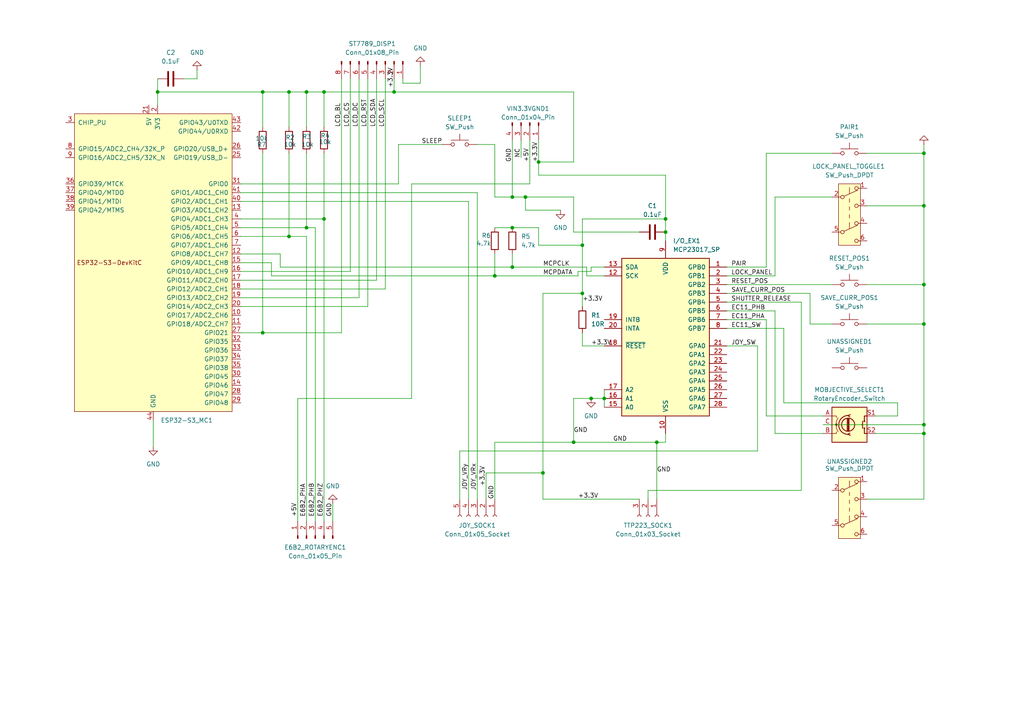
<source format=kicad_sch>
(kicad_sch (version 20250114) (generator "eeschema") (generator_version "9.0")
  (paper "A4")
  (title_block (title "Microscope Remote Control Panel Physical Controls") (company "TMB / Engin Arıcı"))
  (lib_symbols
    (symbol "Connector:Conn_01x03_Socket" (pin_names (offset 1.016) (hide yes))
      (property "Reference" "J" (at 0 5.08 0))
      (property "Value" "Conn_01x03_Socket" (at 0 -5.08 0))
      (symbol "Conn_01x03_Socket_1_1"
        (polyline (pts (xy -1.27 2.54) (xy -0.508 2.54)) (stroke (width 0.1524)))
        (polyline (pts (xy -1.27 0) (xy -0.508 0)) (stroke (width 0.1524)))
        (polyline (pts (xy -1.27 -2.54) (xy -0.508 -2.54)) (stroke (width 0.1524)))
        (arc (start 0 2.032) (mid -0.5058 2.54) (end 0 3.048) (stroke (width 0.1524)))
        (arc (start 0 -0.508) (mid -0.5058 0) (end 0 0.508) (stroke (width 0.1524)))
        (arc (start 0 -3.048) (mid -0.5058 -2.54) (end 0 -2.032) (stroke (width 0.1524)))
        (pin passive line (at -5.08 2.54 0) (length 3.81) (name "Pin_1") (number "1"))
        (pin passive line (at -5.08 0 0) (length 3.81) (name "Pin_2") (number "2"))
        (pin passive line (at -5.08 -2.54 0) (length 3.81) (name "Pin_3") (number "3"))
      )
    )
    (symbol "Connector:Conn_01x04_Pin" (pin_names (offset 1.016) (hide yes))
      (property "Reference" "J" (at 0 5.08 0))
      (property "Value" "Conn_01x04_Pin" (at 0 -7.62 0))
      (symbol "Conn_01x04_Pin_1_1"
        (rectangle (start 0.8636 2.667) (end 0 2.413) (stroke (width 0.1524)) (fill (type outline)))
        (rectangle (start 0.8636 0.127) (end 0 -0.127) (stroke (width 0.1524)) (fill (type outline)))
        (rectangle (start 0.8636 -2.413) (end 0 -2.667) (stroke (width 0.1524)) (fill (type outline)))
        (rectangle (start 0.8636 -4.953) (end 0 -5.207) (stroke (width 0.1524)) (fill (type outline)))
        (polyline (pts (xy 1.27 2.54) (xy 0.8636 2.54)) (stroke (width 0.1524)))
        (polyline (pts (xy 1.27 0) (xy 0.8636 0)) (stroke (width 0.1524)))
        (polyline (pts (xy 1.27 -2.54) (xy 0.8636 -2.54)) (stroke (width 0.1524)))
        (polyline (pts (xy 1.27 -5.08) (xy 0.8636 -5.08)) (stroke (width 0.1524)))
        (pin passive line (at 5.08 2.54 180) (length 3.81) (name "Pin_1") (number "1"))
        (pin passive line (at 5.08 0 180) (length 3.81) (name "Pin_2") (number "2"))
        (pin passive line (at 5.08 -2.54 180) (length 3.81) (name "Pin_3") (number "3"))
        (pin passive line (at 5.08 -5.08 180) (length 3.81) (name "Pin_4") (number "4"))
      )
    )
    (symbol "Connector:Conn_01x05_Pin" (pin_names (offset 1.016) (hide yes))
      (property "Reference" "J" (at 0 7.62 0))
      (property "Value" "Conn_01x05_Pin" (at 0 -7.62 0))
      (symbol "Conn_01x05_Pin_1_1"
        (rectangle (start 0.8636 5.207) (end 0 4.953) (stroke (width 0.1524)) (fill (type outline)))
        (rectangle (start 0.8636 2.667) (end 0 2.413) (stroke (width 0.1524)) (fill (type outline)))
        (rectangle (start 0.8636 0.127) (end 0 -0.127) (stroke (width 0.1524)) (fill (type outline)))
        (rectangle (start 0.8636 -2.413) (end 0 -2.667) (stroke (width 0.1524)) (fill (type outline)))
        (rectangle (start 0.8636 -4.953) (end 0 -5.207) (stroke (width 0.1524)) (fill (type outline)))
        (polyline (pts (xy 1.27 5.08) (xy 0.8636 5.08)) (stroke (width 0.1524)))
        (polyline (pts (xy 1.27 2.54) (xy 0.8636 2.54)) (stroke (width 0.1524)))
        (polyline (pts (xy 1.27 0) (xy 0.8636 0)) (stroke (width 0.1524)))
        (polyline (pts (xy 1.27 -2.54) (xy 0.8636 -2.54)) (stroke (width 0.1524)))
        (polyline (pts (xy 1.27 -5.08) (xy 0.8636 -5.08)) (stroke (width 0.1524)))
        (pin passive line (at 5.08 5.08 180) (length 3.81) (name "Pin_1") (number "1"))
        (pin passive line (at 5.08 2.54 180) (length 3.81) (name "Pin_2") (number "2"))
        (pin passive line (at 5.08 0 180) (length 3.81) (name "Pin_3") (number "3"))
        (pin passive line (at 5.08 -2.54 180) (length 3.81) (name "Pin_4") (number "4"))
        (pin passive line (at 5.08 -5.08 180) (length 3.81) (name "Pin_5") (number "5"))
      )
    )
    (symbol "Connector:Conn_01x05_Socket" (pin_names (offset 1.016) (hide yes))
      (property "Reference" "J" (at 0 7.62 0))
      (property "Value" "Conn_01x05_Socket" (at 0 -7.62 0))
      (symbol "Conn_01x05_Socket_1_1"
        (polyline (pts (xy -1.27 5.08) (xy -0.508 5.08)) (stroke (width 0.1524)))
        (polyline (pts (xy -1.27 2.54) (xy -0.508 2.54)) (stroke (width 0.1524)))
        (polyline (pts (xy -1.27 0) (xy -0.508 0)) (stroke (width 0.1524)))
        (polyline (pts (xy -1.27 -2.54) (xy -0.508 -2.54)) (stroke (width 0.1524)))
        (polyline (pts (xy -1.27 -5.08) (xy -0.508 -5.08)) (stroke (width 0.1524)))
        (arc (start 0 4.572) (mid -0.5058 5.08) (end 0 5.588) (stroke (width 0.1524)))
        (arc (start 0 2.032) (mid -0.5058 2.54) (end 0 3.048) (stroke (width 0.1524)))
        (arc (start 0 -0.508) (mid -0.5058 0) (end 0 0.508) (stroke (width 0.1524)))
        (arc (start 0 -3.048) (mid -0.5058 -2.54) (end 0 -2.032) (stroke (width 0.1524)))
        (arc (start 0 -5.588) (mid -0.5058 -5.08) (end 0 -4.572) (stroke (width 0.1524)))
        (pin passive line (at -5.08 5.08 0) (length 3.81) (name "Pin_1") (number "1"))
        (pin passive line (at -5.08 2.54 0) (length 3.81) (name "Pin_2") (number "2"))
        (pin passive line (at -5.08 0 0) (length 3.81) (name "Pin_3") (number "3"))
        (pin passive line (at -5.08 -2.54 0) (length 3.81) (name "Pin_4") (number "4"))
        (pin passive line (at -5.08 -5.08 0) (length 3.81) (name "Pin_5") (number "5"))
      )
    )
    (symbol "Connector:Conn_01x08_Pin" (pin_names (offset 1.016) (hide yes))
      (property "Reference" "J" (at 0 10.16 0))
      (property "Value" "Conn_01x08_Pin" (at 0 -12.7 0))
      (symbol "Conn_01x08_Pin_1_1"
        (rectangle (start 0.8636 7.747) (end 0 7.493) (stroke (width 0.1524)) (fill (type outline)))
        (rectangle (start 0.8636 5.207) (end 0 4.953) (stroke (width 0.1524)) (fill (type outline)))
        (rectangle (start 0.8636 2.667) (end 0 2.413) (stroke (width 0.1524)) (fill (type outline)))
        (rectangle (start 0.8636 0.127) (end 0 -0.127) (stroke (width 0.1524)) (fill (type outline)))
        (rectangle (start 0.8636 -2.413) (end 0 -2.667) (stroke (width 0.1524)) (fill (type outline)))
        (rectangle (start 0.8636 -4.953) (end 0 -5.207) (stroke (width 0.1524)) (fill (type outline)))
        (rectangle (start 0.8636 -7.493) (end 0 -7.747) (stroke (width 0.1524)) (fill (type outline)))
        (rectangle (start 0.8636 -10.033) (end 0 -10.287) (stroke (width 0.1524)) (fill (type outline)))
        (polyline (pts (xy 1.27 7.62) (xy 0.8636 7.62)) (stroke (width 0.1524)))
        (polyline (pts (xy 1.27 5.08) (xy 0.8636 5.08)) (stroke (width 0.1524)))
        (polyline (pts (xy 1.27 2.54) (xy 0.8636 2.54)) (stroke (width 0.1524)))
        (polyline (pts (xy 1.27 0) (xy 0.8636 0)) (stroke (width 0.1524)))
        (polyline (pts (xy 1.27 -2.54) (xy 0.8636 -2.54)) (stroke (width 0.1524)))
        (polyline (pts (xy 1.27 -5.08) (xy 0.8636 -5.08)) (stroke (width 0.1524)))
        (polyline (pts (xy 1.27 -7.62) (xy 0.8636 -7.62)) (stroke (width 0.1524)))
        (polyline (pts (xy 1.27 -10.16) (xy 0.8636 -10.16)) (stroke (width 0.1524)))
        (pin passive line (at 5.08 7.62 180) (length 3.81) (name "Pin_1") (number "1"))
        (pin passive line (at 5.08 5.08 180) (length 3.81) (name "Pin_2") (number "2"))
        (pin passive line (at 5.08 2.54 180) (length 3.81) (name "Pin_3") (number "3"))
        (pin passive line (at 5.08 0 180) (length 3.81) (name "Pin_4") (number "4"))
        (pin passive line (at 5.08 -2.54 180) (length 3.81) (name "Pin_5") (number "5"))
        (pin passive line (at 5.08 -5.08 180) (length 3.81) (name "Pin_6") (number "6"))
        (pin passive line (at 5.08 -7.62 180) (length 3.81) (name "Pin_7") (number "7"))
        (pin passive line (at 5.08 -10.16 180) (length 3.81) (name "Pin_8") (number "8"))
      )
    )
    (symbol "Device:C" (pin_numbers (hide yes)) (pin_names (offset 0.254))
      (property "Reference" "C" (at 0.635 2.54 0))
      (property "Value" "C" (at 0.635 -2.54 0))
      (symbol "C_0_1"
        (polyline (pts (xy -2.032 0.762) (xy 2.032 0.762)) (stroke (width 0.508)))
        (polyline (pts (xy -2.032 -0.762) (xy 2.032 -0.762)) (stroke (width 0.508)))
      )
      (symbol "C_1_1"
        (pin passive line (at 0 3.81 270) (length 2.794) (name "~") (number "1"))
        (pin passive line (at 0 -3.81 90) (length 2.794) (name "~") (number "2"))
      )
    )
    (symbol "Device:R" (pin_numbers (hide yes)) (pin_names (offset 0))
      (property "Reference" "R" (at 2.032 0 90))
      (property "Value" "R" (at 0 0 90))
      (symbol "R_0_1"
        (rectangle (start -1.016 -2.54) (end 1.016 2.54) (stroke (width 0.254)))
      )
      (symbol "R_1_1"
        (pin passive line (at 0 3.81 270) (length 1.27) (name "~") (number "1"))
        (pin passive line (at 0 -3.81 90) (length 1.27) (name "~") (number "2"))
      )
    )
    (symbol "Device:RotaryEncoder_Switch" (pin_names (offset 0.254) (hide yes))
      (property "Reference" "SW" (at 0 6.604 0))
      (property "Value" "RotaryEncoder_Switch" (at 0 -6.604 0))
      (symbol "RotaryEncoder_Switch_0_1"
        (rectangle (start -5.08 5.08) (end 5.08 -5.08) (stroke (width 0.254)) (fill (type background)))
        (polyline (pts (xy -5.08 2.54) (xy -3.81 2.54) (xy -3.81 2.032)))
        (polyline (pts (xy -5.08 0) (xy -3.81 0) (xy -3.81 -1.016) (xy -3.302 -2.032)))
        (polyline (pts (xy -5.08 -2.54) (xy -3.81 -2.54) (xy -3.81 -2.032)))
        (polyline (pts (xy -4.318 0) (xy -3.81 0) (xy -3.81 1.016) (xy -3.302 2.032)))
        (circle (center -3.81 0) (radius 0.254) (fill (type outline)))
        (polyline (pts (xy -0.635 -1.778) (xy -0.635 1.778)) (stroke (width 0.254)))
        (circle (center -0.381 0) (radius 1.905) (stroke (width 0.254)))
        (polyline (pts (xy -0.381 -1.778) (xy -0.381 1.778)) (stroke (width 0.254)))
        (arc (start -0.381 -2.794) (mid -3.0988 -0.0635) (end -0.381 2.667) (stroke (width 0.254)))
        (polyline (pts (xy -0.127 1.778) (xy -0.127 -1.778)) (stroke (width 0.254)))
        (polyline (pts (xy 0.254 2.921) (xy -0.508 2.667) (xy 0.127 2.286)) (stroke (width 0.254)))
        (polyline (pts (xy 0.254 -3.048) (xy -0.508 -2.794) (xy 0.127 -2.413)) (stroke (width 0.254)))
        (polyline (pts (xy 3.81 1.016) (xy 3.81 -1.016)) (stroke (width 0.254)))
        (polyline (pts (xy 3.81 0) (xy 3.429 0)) (stroke (width 0.254)))
        (circle (center 4.318 1.016) (radius 0.127) (stroke (width 0.254)))
        (circle (center 4.318 -1.016) (radius 0.127) (stroke (width 0.254)))
        (polyline (pts (xy 5.08 2.54) (xy 4.318 2.54) (xy 4.318 1.016)) (stroke (width 0.254)))
        (polyline (pts (xy 5.08 -2.54) (xy 4.318 -2.54) (xy 4.318 -1.016)) (stroke (width 0.254)))
      )
      (symbol "RotaryEncoder_Switch_1_1"
        (pin passive line (at -7.62 2.54 0) (length 2.54) (name "A") (number "A"))
        (pin passive line (at -7.62 0 0) (length 2.54) (name "C") (number "C"))
        (pin passive line (at -7.62 -2.54 0) (length 2.54) (name "B") (number "B"))
        (pin passive line (at 7.62 2.54 180) (length 2.54) (name "S1") (number "S1"))
        (pin passive line (at 7.62 -2.54 180) (length 2.54) (name "S2") (number "S2"))
      )
    )
    (symbol "Interface_Expansion:MCP23017_SP" (pin_names (offset 1.016))
      (property "Reference" "U" (at -11.43 24.13 0))
      (property "Value" "MCP23017_SP" (at 0 0 0))
      (symbol "MCP23017_SP_0_1"
        (rectangle (start -12.7 22.86) (end 12.7 -22.86) (stroke (width 0.254)) (fill (type background)))
      )
      (symbol "MCP23017_SP_1_1"
        (pin bidirectional line (at -17.78 20.32 0) (length 5.08) (name "SDA") (number "13"))
        (pin input line (at -17.78 17.78 0) (length 5.08) (name "SCK") (number "12"))
        (pin tri_state line (at -17.78 5.08 0) (length 5.08) (name "INTB") (number "19"))
        (pin tri_state line (at -17.78 2.54 0) (length 5.08) (name "INTA") (number "20"))
        (pin input line (at -17.78 -2.54 0) (length 5.08) (name "~{RESET}") (number "18"))
        (pin input line (at -17.78 -15.24 0) (length 5.08) (name "A2") (number "17"))
        (pin input line (at -17.78 -17.78 0) (length 5.08) (name "A1") (number "16"))
        (pin input line (at -17.78 -20.32 0) (length 5.08) (name "A0") (number "15"))
        (pin no_connect line (at -12.7 15.24 0) (length 5.08) (hide yes) (name "NC") (number "11"))
        (pin no_connect line (at -12.7 12.7 0) (length 5.08) (hide yes) (name "NC") (number "14"))
        (pin power_in line (at 0 27.94 270) (length 5.08) (name "VDD") (number "9"))
        (pin power_in line (at 0 -27.94 90) (length 5.08) (name "VSS") (number "10"))
        (pin bidirectional line (at 17.78 20.32 180) (length 5.08) (name "GPB0") (number "1"))
        (pin bidirectional line (at 17.78 17.78 180) (length 5.08) (name "GPB1") (number "2"))
        (pin bidirectional line (at 17.78 15.24 180) (length 5.08) (name "GPB2") (number "3"))
        (pin bidirectional line (at 17.78 12.7 180) (length 5.08) (name "GPB3") (number "4"))
        (pin bidirectional line (at 17.78 10.16 180) (length 5.08) (name "GPB4") (number "5"))
        (pin bidirectional line (at 17.78 7.62 180) (length 5.08) (name "GPB5") (number "6"))
        (pin bidirectional line (at 17.78 5.08 180) (length 5.08) (name "GPB6") (number "7"))
        (pin output line (at 17.78 2.54 180) (length 5.08) (name "GPB7") (number "8"))
        (pin bidirectional line (at 17.78 -2.54 180) (length 5.08) (name "GPA0") (number "21"))
        (pin bidirectional line (at 17.78 -5.08 180) (length 5.08) (name "GPA1") (number "22"))
        (pin bidirectional line (at 17.78 -7.62 180) (length 5.08) (name "GPA2") (number "23"))
        (pin bidirectional line (at 17.78 -10.16 180) (length 5.08) (name "GPA3") (number "24"))
        (pin bidirectional line (at 17.78 -12.7 180) (length 5.08) (name "GPA4") (number "25"))
        (pin bidirectional line (at 17.78 -15.24 180) (length 5.08) (name "GPA5") (number "26"))
        (pin bidirectional line (at 17.78 -17.78 180) (length 5.08) (name "GPA6") (number "27"))
        (pin output line (at 17.78 -20.32 180) (length 5.08) (name "GPA7") (number "28"))
      )
    )
    (symbol "PCM_Espressif:ESP32-S3-DevKitC" (pin_names (offset 1.016))
      (property "Reference" "U" (at -22.86 48.26 0))
      (property "Value" "ESP32-S3-DevKitC" (at -22.86 45.72 0))
      (symbol "ESP32-S3-DevKitC_0_0"
        (text "ESP32-S3-DevKitC" (at -12.7 0 0) (effects (font (size 1.27 1.27))))
        (pin bidirectional line (at -25.4 15.24 0) (length 2.54) (name "GPIO42/MTMS") (number "39"))
        (pin power_in line (at 0 -45.72 90) (length 2.54) (name "GND") (number "44"))
        (pin bidirectional line (at 25.4 40.64 180) (length 2.54) (name "GPIO43/U0TXD") (number "43"))
        (pin bidirectional line (at 25.4 38.1 180) (length 2.54) (name "GPIO44/U0RXD") (number "42"))
        (pin bidirectional line (at 25.4 20.32 180) (length 2.54) (name "GPIO1/ADC1_CH0") (number "41"))
        (pin bidirectional line (at 25.4 17.78 180) (length 2.54) (name "GPIO2/ADC1_CH1") (number "40"))
        (pin bidirectional line (at 25.4 -10.16 180) (length 2.54) (name "GPIO13/ADC2_CH2") (number "19"))
        (pin bidirectional line (at 25.4 -35.56 180) (length 2.54) (name "GPIO46") (number "14"))
      )
      (symbol "ESP32-S3-DevKitC_0_1"
        (rectangle (start -22.86 43.18) (end 22.86 -43.18) (fill (type background)))
        (pin power_in line (at 1.27 45.72 270) (length 2.54) (name "3V3") (number "2"))
      )
      (symbol "ESP32-S3-DevKitC_1_1"
        (pin input line (at -25.4 40.64 0) (length 2.54) (name "CHIP_PU") (number "3"))
        (pin bidirectional line (at -25.4 33.02 0) (length 2.54) (name "GPIO15/ADC2_CH4/32K_P") (number "8"))
        (pin bidirectional line (at -25.4 30.48 0) (length 2.54) (name "GPIO16/ADC2_CH5/32K_N") (number "9"))
        (pin bidirectional line (at -25.4 22.86 0) (length 2.54) (name "GPIO39/MTCK") (number "36"))
        (pin bidirectional line (at -25.4 20.32 0) (length 2.54) (name "GPIO40/MTDO") (number "37"))
        (pin bidirectional line (at -25.4 17.78 0) (length 2.54) (name "GPIO41/MTDI") (number "38"))
        (pin power_in line (at -1.27 45.72 270) (length 2.54) (name "5V") (number "21"))
        (pin passive line (at 0 -45.72 90) (length 2.54) (hide yes) (name "GND") (number "22"))
        (pin passive line (at 0 -45.72 90) (length 2.54) (hide yes) (name "GND") (number "23"))
        (pin passive line (at 0 -45.72 90) (length 2.54) (hide yes) (name "GND") (number "24"))
        (pin passive line (at 1.27 45.72 270) (length 2.54) (hide yes) (name "3V3") (number "1"))
        (pin bidirectional line (at 25.4 33.02 180) (length 2.54) (name "GPIO20/USB_D+") (number "26"))
        (pin bidirectional line (at 25.4 30.48 180) (length 2.54) (name "GPIO19/USB_D-") (number "25"))
        (pin bidirectional line (at 25.4 22.86 180) (length 2.54) (name "GPIO0") (number "31"))
        (pin bidirectional line (at 25.4 15.24 180) (length 2.54) (name "GPIO3/ADC1_CH2") (number "13"))
        (pin bidirectional line (at 25.4 12.7 180) (length 2.54) (name "GPIO4/ADC1_CH3") (number "4"))
        (pin bidirectional line (at 25.4 10.16 180) (length 2.54) (name "GPIO5/ADC1_CH4") (number "5"))
        (pin bidirectional line (at 25.4 7.62 180) (length 2.54) (name "GPIO6/ADC1_CH5") (number "6"))
        (pin bidirectional line (at 25.4 5.08 180) (length 2.54) (name "GPIO7/ADC1_CH6") (number "7"))
        (pin bidirectional line (at 25.4 2.54 180) (length 2.54) (name "GPIO8/ADC1_CH7") (number "12"))
        (pin bidirectional line (at 25.4 0 180) (length 2.54) (name "GPIO9/ADC1_CH8") (number "15"))
        (pin bidirectional line (at 25.4 -2.54 180) (length 2.54) (name "GPIO10/ADC1_CH9") (number "16"))
        (pin bidirectional line (at 25.4 -5.08 180) (length 2.54) (name "GPIO11/ADC2_CH0") (number "17"))
        (pin bidirectional line (at 25.4 -7.62 180) (length 2.54) (name "GPIO12/ADC2_CH1") (number "18"))
        (pin bidirectional line (at 25.4 -12.7 180) (length 2.54) (name "GPIO14/ADC2_CH3") (number "20"))
        (pin bidirectional line (at 25.4 -15.24 180) (length 2.54) (name "GPIO17/ADC2_CH6") (number "10"))
        (pin bidirectional line (at 25.4 -17.78 180) (length 2.54) (name "GPIO18/ADC2_CH7") (number "11"))
        (pin bidirectional line (at 25.4 -20.32 180) (length 2.54) (name "GPIO21") (number "27"))
        (pin bidirectional line (at 25.4 -22.86 180) (length 2.54) (name "GPIO35") (number "32"))
        (pin bidirectional line (at 25.4 -25.4 180) (length 2.54) (name "GPIO36") (number "33"))
        (pin bidirectional line (at 25.4 -27.94 180) (length 2.54) (name "GPIO37") (number "34"))
        (pin bidirectional line (at 25.4 -30.48 180) (length 2.54) (name "GPIO38") (number "35"))
        (pin bidirectional line (at 25.4 -33.02 180) (length 2.54) (name "GPIO45") (number "30"))
        (pin bidirectional line (at 25.4 -38.1 180) (length 2.54) (name "GPIO47") (number "28"))
        (pin bidirectional line (at 25.4 -40.64 180) (length 2.54) (name "GPIO48") (number "29"))
      )
    )
    (symbol "Switch:SW_Push" (pin_numbers (hide yes)) (pin_names (offset 1.016) (hide yes))
      (property "Reference" "SW" (at 1.27 2.54 0))
      (property "Value" "SW_Push" (at 0 -1.524 0))
      (symbol "SW_Push_0_1"
        (circle (center -2.032 0) (radius 0.508))
        (polyline (pts (xy 0 1.27) (xy 0 3.048)))
        (circle (center 2.032 0) (radius 0.508))
        (polyline (pts (xy 2.54 1.27) (xy -2.54 1.27)))
        (pin passive line (at -5.08 0 0) (length 2.54) (name "1") (number "1"))
        (pin passive line (at 5.08 0 180) (length 2.54) (name "2") (number "2"))
      )
    )
    (symbol "Switch:SW_Push_DPDT" (pin_names (offset 0) (hide yes))
      (property "Reference" "SW" (at 0 10.16 0))
      (property "Value" "SW_Push_DPDT" (at 0 -10.16 0))
      (symbol "SW_Push_DPDT_0_0"
        (circle (center -2.032 5.08) (radius 0.508))
        (circle (center -2.032 -5.08) (radius 0.508))
        (circle (center 2.032 2.54) (radius 0.508))
        (circle (center 2.032 -7.62) (radius 0.508))
      )
      (symbol "SW_Push_DPDT_0_1"
        (polyline (pts (xy -1.524 5.334) (xy 2.3368 7.0612)))
        (polyline (pts (xy -1.524 -4.826) (xy 2.3368 -3.0988)))
        (polyline (pts (xy 0 7.874) (xy 0 6.096)))
        (polyline (pts (xy 0 3.556) (xy 0 4.572)))
        (polyline (pts (xy 0 1.27) (xy 0 2.286)))
        (polyline (pts (xy 0 -1.016) (xy 0 0)))
        (polyline (pts (xy 0 -2.286) (xy 0 -4.064)))
        (circle (center 2.032 7.62) (radius 0.508))
        (circle (center 2.032 -2.54) (radius 0.508))
      )
      (symbol "SW_Push_DPDT_1_1"
        (rectangle (start -3.175 8.89) (end 3.175 -8.89) (fill (type background)))
        (pin passive line (at -5.08 5.08 0) (length 2.54) (name "B") (number "2"))
        (pin passive line (at -5.08 -5.08 0) (length 2.54) (name "B") (number "5"))
        (pin passive line (at 5.08 7.62 180) (length 2.54) (name "A") (number "1"))
        (pin passive line (at 5.08 2.54 180) (length 2.54) (name "C") (number "3"))
        (pin passive line (at 5.08 -2.54 180) (length 2.54) (name "A") (number "4"))
        (pin passive line (at 5.08 -7.62 180) (length 2.54) (name "C") (number "6"))
      )
    )
    (symbol "power:GND" (power) (pin_numbers (hide yes)) (pin_names (offset 0) (hide yes))
      (property "Value" "GND" (at 0 -3.81 0))
      (symbol "GND_0_1"
        (polyline (pts (xy 0 0) (xy 0 -1.27) (xy 1.27 -1.27) (xy 0 -2.54) (xy -1.27 -1.27) (xy 0 -1.27)))
      )
      (symbol "GND_1_1"
        (pin power_in line (at 0 0 270) (length 0) (name "~") (number "1"))
      )
    )
  )
  (junction (at 267.97 44.45))
  (junction (at 156.21 46.99))
  (junction (at 148.59 66.04))
  (junction (at 76.2 26.67))
  (junction (at 175.26 115.57))
  (junction (at 267.97 82.55))
  (junction (at 143.51 80.01))
  (junction (at 148.59 77.47))
  (junction (at 193.04 63.5))
  (junction (at 114.3 26.67))
  (junction (at 190.5 128.27))
  (junction (at 45.72 26.67))
  (junction (at 193.04 67.31))
  (junction (at 267.97 125.73))
  (junction (at 267.97 123.19))
  (junction (at 168.91 85.09))
  (junction (at 152.4 57.15))
  (junction (at 166.37 128.27))
  (junction (at 93.98 26.67))
  (junction (at 83.82 68.58))
  (junction (at 88.9 66.04))
  (junction (at 76.2 96.52))
  (junction (at 148.59 57.15))
  (junction (at 157.48 137.16))
  (junction (at 168.91 71.12))
  (junction (at 267.97 59.69))
  (junction (at 93.98 63.5))
  (junction (at 171.45 115.57))
  (junction (at 88.9 26.67))
  (junction (at 83.82 26.67))
  (junction (at 267.97 93.98))
  (wire (pts (xy 106.68 22.86) (xy 106.68 88.9)))
  (wire (pts (xy 251.46 59.69) (xy 267.97 59.69)))
  (wire (pts (xy 88.9 66.04) (xy 91.44 66.04)))
  (wire (pts (xy 93.98 63.5) (xy 93.98 151.13)))
  (wire (pts (xy 99.06 22.86) (xy 99.06 96.52)))
  (wire (pts (xy 210.82 100.33) (xy 219.71 100.33)))
  (wire (pts (xy 104.14 86.36) (xy 69.85 86.36)))
  (wire (pts (xy 210.82 85.09) (xy 234.95 85.09)))
  (wire (pts (xy 175.26 113.03) (xy 175.26 115.57)))
  (wire (pts (xy 190.5 128.27) (xy 190.5 144.78)))
  (wire (pts (xy 76.2 26.67) (xy 76.2 36.83)))
  (wire (pts (xy 96.52 146.05) (xy 96.52 151.13)))
  (wire (pts (xy 109.22 81.28) (xy 69.85 81.28)))
  (wire (pts (xy 251.46 93.98) (xy 267.97 93.98)))
  (wire (pts (xy 232.41 87.63) (xy 232.41 142.24)))
  (wire (pts (xy 222.25 92.71) (xy 210.82 92.71)))
  (wire (pts (xy 152.4 60.96) (xy 162.56 60.96)))
  (wire (pts (xy 267.97 93.98) (xy 267.97 123.19)))
  (wire (pts (xy 157.48 144.78) (xy 185.42 144.78)))
  (wire (pts (xy 167.64 78.74) (xy 167.64 80.01)))
  (wire (pts (xy 234.95 85.09) (xy 234.95 93.98)))
  (wire (pts (xy 114.3 22.86) (xy 114.3 26.67)))
  (wire (pts (xy 234.95 93.98) (xy 241.3 93.98)))
  (wire (pts (xy 88.9 44.45) (xy 88.9 66.04)))
  (wire (pts (xy 156.21 71.12) (xy 156.21 66.04)))
  (wire (pts (xy 170.18 80.01) (xy 170.18 77.47)))
  (wire (pts (xy 175.26 115.57) (xy 175.26 118.11)))
  (wire (pts (xy 69.85 66.04) (xy 88.9 66.04)))
  (wire (pts (xy 219.71 100.33) (xy 219.71 130.81)))
  (wire (pts (xy 241.3 57.15) (xy 224.79 57.15)))
  (wire (pts (xy 44.45 121.92) (xy 44.45 129.54)))
  (wire (pts (xy 175.26 77.47) (xy 171.45 77.47)))
  (wire (pts (xy 210.82 90.17) (xy 224.79 90.17)))
  (wire (pts (xy 222.25 77.47) (xy 222.25 44.45)))
  (wire (pts (xy 168.91 63.5) (xy 168.91 71.12)))
  (wire (pts (xy 156.21 46.99) (xy 156.21 50.8)))
  (wire (pts (xy 128.27 41.91) (xy 115.57 41.91)))
  (wire (pts (xy 185.42 67.31) (xy 166.37 67.31)))
  (wire (pts (xy 143.51 57.15) (xy 148.59 57.15)))
  (wire (pts (xy 69.85 53.34) (xy 115.57 53.34)))
  (wire (pts (xy 78.74 80.01) (xy 78.74 76.2)))
  (wire (pts (xy 69.85 68.58) (xy 83.82 68.58)))
  (wire (pts (xy 166.37 26.67) (xy 166.37 46.99)))
  (wire (pts (xy 81.28 77.47) (xy 148.59 77.47)))
  (wire (pts (xy 76.2 96.52) (xy 99.06 96.52)))
  (wire (pts (xy 156.21 50.8) (xy 193.04 50.8)))
  (wire (pts (xy 251.46 144.78) (xy 267.97 144.78)))
  (wire (pts (xy 166.37 46.99) (xy 156.21 46.99)))
  (wire (pts (xy 267.97 41.91) (xy 267.97 44.45)))
  (wire (pts (xy 153.67 40.64) (xy 153.67 53.34)))
  (wire (pts (xy 143.51 80.01) (xy 167.64 80.01)))
  (wire (pts (xy 88.9 26.67) (xy 93.98 26.67)))
  (wire (pts (xy 78.74 76.2) (xy 69.85 76.2)))
  (wire (pts (xy 91.44 66.04) (xy 91.44 151.13)))
  (wire (pts (xy 93.98 44.45) (xy 93.98 63.5)))
  (wire (pts (xy 104.14 22.86) (xy 104.14 86.36)))
  (wire (pts (xy 210.82 77.47) (xy 222.25 77.47)))
  (wire (pts (xy 166.37 128.27) (xy 190.5 128.27)))
  (wire (pts (xy 232.41 87.63) (xy 210.82 87.63)))
  (wire (pts (xy 143.51 73.66) (xy 143.51 80.01)))
  (wire (pts (xy 81.28 73.66) (xy 69.85 73.66)))
  (wire (pts (xy 69.85 83.82) (xy 111.76 83.82)))
  (wire (pts (xy 93.98 26.67) (xy 114.3 26.67)))
  (wire (pts (xy 193.04 125.73) (xy 193.04 128.27)))
  (wire (pts (xy 193.04 50.8) (xy 193.04 63.5)))
  (wire (pts (xy 119.38 53.34) (xy 119.38 115.57)))
  (wire (pts (xy 224.79 80.01) (xy 210.82 80.01)))
  (wire (pts (xy 69.85 63.5) (xy 93.98 63.5)))
  (wire (pts (xy 135.89 58.42) (xy 69.85 58.42)))
  (wire (pts (xy 190.5 128.27) (xy 193.04 128.27)))
  (wire (pts (xy 187.96 142.24) (xy 187.96 144.78)))
  (wire (pts (xy 151.13 40.64) (xy 151.13 45.72)))
  (wire (pts (xy 238.76 123.19) (xy 267.97 123.19)))
  (wire (pts (xy 114.3 26.67) (xy 166.37 26.67)))
  (wire (pts (xy 45.72 26.67) (xy 76.2 26.67)))
  (wire (pts (xy 175.26 80.01) (xy 170.18 80.01)))
  (wire (pts (xy 219.71 130.81) (xy 133.35 130.81)))
  (wire (pts (xy 227.33 116.84) (xy 260.35 116.84)))
  (wire (pts (xy 143.51 144.78) (xy 143.51 128.27)))
  (wire (pts (xy 133.35 130.81) (xy 133.35 144.78)))
  (wire (pts (xy 260.35 116.84) (xy 260.35 120.65)))
  (wire (pts (xy 222.25 120.65) (xy 222.25 92.71)))
  (wire (pts (xy 116.84 24.13) (xy 116.84 22.86)))
  (wire (pts (xy 166.37 57.15) (xy 166.37 67.31)))
  (wire (pts (xy 166.37 115.57) (xy 166.37 128.27)))
  (wire (pts (xy 152.4 60.96) (xy 152.4 57.15)))
  (wire (pts (xy 251.46 82.55) (xy 267.97 82.55)))
  (wire (pts (xy 76.2 44.45) (xy 76.2 96.52)))
  (wire (pts (xy 143.51 128.27) (xy 166.37 128.27)))
  (wire (pts (xy 224.79 57.15) (xy 224.79 80.01)))
  (wire (pts (xy 168.91 71.12) (xy 168.91 85.09)))
  (wire (pts (xy 140.97 137.16) (xy 140.97 144.78)))
  (wire (pts (xy 148.59 77.47) (xy 170.18 77.47)))
  (wire (pts (xy 143.51 41.91) (xy 143.51 57.15)))
  (wire (pts (xy 260.35 120.65) (xy 254 120.65)))
  (wire (pts (xy 267.97 82.55) (xy 267.97 93.98)))
  (wire (pts (xy 148.59 57.15) (xy 152.4 57.15)))
  (wire (pts (xy 83.82 26.67) (xy 83.82 36.83)))
  (wire (pts (xy 57.15 22.86) (xy 57.15 20.32)))
  (wire (pts (xy 138.43 41.91) (xy 143.51 41.91)))
  (wire (pts (xy 193.04 67.31) (xy 193.04 69.85)))
  (wire (pts (xy 254 125.73) (xy 267.97 125.73)))
  (wire (pts (xy 135.89 58.42) (xy 135.89 144.78)))
  (wire (pts (xy 193.04 63.5) (xy 193.04 67.31)))
  (wire (pts (xy 210.82 95.25) (xy 227.33 95.25)))
  (wire (pts (xy 152.4 57.15) (xy 166.37 57.15)))
  (wire (pts (xy 83.82 44.45) (xy 83.82 68.58)))
  (wire (pts (xy 106.68 88.9) (xy 69.85 88.9)))
  (wire (pts (xy 138.43 55.88) (xy 138.43 144.78)))
  (wire (pts (xy 101.6 22.86) (xy 101.6 78.74)))
  (wire (pts (xy 222.25 120.65) (xy 238.76 120.65)))
  (wire (pts (xy 267.97 123.19) (xy 267.97 125.73)))
  (wire (pts (xy 148.59 73.66) (xy 148.59 77.47)))
  (wire (pts (xy 157.48 85.09) (xy 157.48 137.16)))
  (wire (pts (xy 222.25 44.45) (xy 241.3 44.45)))
  (wire (pts (xy 166.37 115.57) (xy 171.45 115.57)))
  (wire (pts (xy 78.74 80.01) (xy 143.51 80.01)))
  (wire (pts (xy 69.85 55.88) (xy 138.43 55.88)))
  (wire (pts (xy 232.41 142.24) (xy 187.96 142.24)))
  (wire (pts (xy 121.92 24.13) (xy 116.84 24.13)))
  (wire (pts (xy 210.82 82.55) (xy 241.3 82.55)))
  (wire (pts (xy 101.6 78.74) (xy 69.85 78.74)))
  (wire (pts (xy 267.97 144.78) (xy 267.97 125.73)))
  (wire (pts (xy 109.22 22.86) (xy 109.22 81.28)))
  (wire (pts (xy 224.79 125.73) (xy 224.79 90.17)))
  (wire (pts (xy 267.97 59.69) (xy 267.97 82.55)))
  (wire (pts (xy 171.45 115.57) (xy 175.26 115.57)))
  (wire (pts (xy 171.45 77.47) (xy 171.45 78.74)))
  (wire (pts (xy 115.57 41.91) (xy 115.57 53.34)))
  (wire (pts (xy 121.92 19.05) (xy 121.92 24.13)))
  (wire (pts (xy 156.21 66.04) (xy 148.59 66.04)))
  (wire (pts (xy 157.48 137.16) (xy 157.48 144.78)))
  (wire (pts (xy 171.45 78.74) (xy 167.64 78.74)))
  (wire (pts (xy 168.91 100.33) (xy 175.26 100.33)))
  (wire (pts (xy 53.34 22.86) (xy 57.15 22.86)))
  (wire (pts (xy 267.97 44.45) (xy 267.97 59.69)))
  (wire (pts (xy 157.48 137.16) (xy 140.97 137.16)))
  (wire (pts (xy 153.67 53.34) (xy 119.38 53.34)))
  (wire (pts (xy 119.38 115.57) (xy 86.36 115.57)))
  (wire (pts (xy 227.33 95.25) (xy 227.33 116.84)))
  (wire (pts (xy 143.51 66.04) (xy 148.59 66.04)))
  (wire (pts (xy 148.59 40.64) (xy 148.59 57.15)))
  (wire (pts (xy 81.28 77.47) (xy 81.28 73.66)))
  (wire (pts (xy 267.97 44.45) (xy 251.46 44.45)))
  (wire (pts (xy 83.82 26.67) (xy 88.9 26.67)))
  (wire (pts (xy 93.98 26.67) (xy 93.98 36.83)))
  (wire (pts (xy 168.91 71.12) (xy 156.21 71.12)))
  (wire (pts (xy 86.36 115.57) (xy 86.36 151.13)))
  (wire (pts (xy 156.21 40.64) (xy 156.21 46.99)))
  (wire (pts (xy 88.9 26.67) (xy 88.9 36.83)))
  (wire (pts (xy 76.2 26.67) (xy 83.82 26.67)))
  (wire (pts (xy 168.91 85.09) (xy 157.48 85.09)))
  (wire (pts (xy 224.79 125.73) (xy 238.76 125.73)))
  (wire (pts (xy 83.82 68.58) (xy 88.9 68.58)))
  (wire (pts (xy 45.72 22.86) (xy 45.72 26.67)))
  (wire (pts (xy 111.76 22.86) (xy 111.76 83.82)))
  (wire (pts (xy 168.91 85.09) (xy 168.91 88.9)))
  (wire (pts (xy 88.9 68.58) (xy 88.9 151.13)))
  (wire (pts (xy 168.91 96.52) (xy 168.91 100.33)))
  (wire (pts (xy 168.91 63.5) (xy 193.04 63.5)))
  (wire (pts (xy 45.72 26.67) (xy 45.72 30.48)))
  (wire (pts (xy 69.85 96.52) (xy 76.2 96.52)))
  (label "+3.3V" (at 167.64 144.78 0))
  (label "NC" (at 151.13 45.72 90))
  (label "JOY_VRy" (at 135.89 142.24 90))
  (label "MCPDATA" (at 157.48 80.01 0))
  (label "EC11_PHA" (at 212.09 92.71 0))
  (label "PAIR" (at 212.09 77.47 0))
  (label "JOY_VRx" (at 138.43 142.24 90))
  (label "SLEEP" (at 128.27 41.91 180))
  (label "LCD_DC" (at 104.14 36.83 90))
  (label "GND" (at 143.51 144.78 90))
  (label "+5V" (at 86.36 149.86 90))
  (label "GND" (at 190.5 137.16 0))
  (label "+3.3V" (at 156.21 46.99 90))
  (label "LOCK_PANEL" (at 212.09 80.01 0))
  (label "EC11_SW" (at 212.09 95.25 0))
  (label "+5V" (at 153.67 46.99 90))
  (label "EC11_PHB" (at 212.09 90.17 0))
  (label "LCD_SDA" (at 109.22 36.83 90))
  (label "JOY_SW" (at 212.09 100.33 0))
  (label "LCD_CS" (at 101.6 36.83 90))
  (label "MCPCLK" (at 157.48 77.47 0))
  (label "E6B2_PHZ" (at 93.98 149.86 90))
  (label "LCD_BL" (at 99.06 36.83 90))
  (label "" (at 168.91 86.36 0))
  (label "+3.3V" (at 114.3 25.4 90))
  (label "RESET_POS" (at 212.09 82.55 0))
  (label "SHUTTER_RELEASE" (at 212.09 87.63 0))
  (label "E6B2_PHA" (at 88.9 149.86 90))
  (label "GND" (at 96.52 149.86 90))
  (label "+3.3V" (at 168.91 87.63 0))
  (label "E6B2_PHB" (at 91.44 149.86 90))
  (label "+3.3V" (at 140.97 140.97 90))
  (label "GND" (at 177.8 128.27 0))
  (label "GND" (at 166.37 125.73 0))
  (label "LCD_RST" (at 106.68 36.83 90))
  (label "SAVE_CURR_POS" (at 212.09 85.09 0))
  (label "GND" (at 148.59 46.99 90))
  (label "LCD_SCL" (at 111.76 36.83 90))
  (label "+3.3V" (at 171.45 100.33 0))
  (symbol (lib_id "Connector:Conn_01x05_Socket") (at 138.43 149.86 270) (unit 1)
    (property "Reference" "JOY_SOCK1" (at 138.43 152.4 90))
    (property "Value" "Conn_01x05_Socket" (at 138.43 154.94 90))
    (property "Footprint" "Connector_PinSocket_2.54mm:PinSocket_1x05_P2.54mm_Horizontal" (effects (hide yes)))
    (property "Description" "Generic connector, single row, 01x05, script generated" (effects (hide yes)))
  )
  (symbol (lib_id "power:GND") (at 96.52 146.05 180) (unit 1)
    (property "Reference" "#PWR04" (effects (hide yes)))
    (property "Value" "GND" (at 96.52 140.97 0))
    (property "Description" "Power symbol creates a global label with name \"GND\" , ground" (effects (hide yes)))
  )
  (symbol (lib_id "Switch:SW_Push") (at 246.38 93.98 0) (unit 1)
    (property "Reference" "SAVE_CURR_POS1" (at 246.38 86.36 0))
    (property "Value" "SW_Push" (at 246.38 88.9 0))
    (property "Footprint" "Button_Switch_THT:SW_PUSH_6mm_H8.5mm" (effects (hide yes)))
    (property "Description" "Push button switch, generic, two pins" (effects (hide yes)))
  )
  (symbol (lib_id "Device:RotaryEncoder_Switch") (at 246.38 123.19 0) (unit 1)
    (property "Reference" "MOBJECTIVE_SELECT1" (at 246.38 113.03 0))
    (property "Value" "RotaryEncoder_Switch" (at 246.38 115.57 0))
    (property "Footprint" "Rotary_Encoder:RotaryEncoder_Alps_EC12E-Switch_Vertical_H20mm" (effects (hide yes)))
    (property "Description" "Rotary encoder, dual channel, incremental quadrate outputs, with switch" (effects (hide yes)))
  )
  (symbol (lib_id "Switch:SW_Push") (at 246.38 82.55 0) (unit 1)
    (property "Reference" "RESET_POS1" (at 246.38 74.93 0))
    (property "Value" "SW_Push" (at 246.38 77.47 0))
    (property "Footprint" "Button_Switch_THT:SW_PUSH_6mm_H8.5mm" (effects (hide yes)))
    (property "Description" "Push button switch, generic, two pins" (effects (hide yes)))
  )
  (symbol (lib_id "Device:R") (at 168.91 92.71 0) (unit 1)
    (property "Reference" "R1" (at 171.45 91.4399 0) (effects (justify left)))
    (property "Value" "10R" (at 171.45 93.9799 0) (effects (justify left)))
    (property "Footprint" "Resistor_THT:R_Axial_DIN0204_L3.6mm_D1.6mm_P5.08mm_Horizontal" (effects (hide yes)))
    (property "Description" "Resistor" (effects (hide yes)))
  )
  (symbol (lib_id "Switch:SW_Push") (at 246.38 44.45 0) (unit 1)
    (property "Reference" "PAIR1" (at 246.38 36.83 0))
    (property "Value" "SW_Push" (at 246.38 39.37 0))
    (property "Footprint" "Button_Switch_THT:SW_PUSH_6mm_H8.5mm" (effects (hide yes)))
    (property "Description" "Push button switch, generic, two pins" (effects (hide yes)))
  )
  (symbol (lib_id "Switch:SW_Push") (at 133.35 41.91 0) (unit 1)
    (property "Reference" "SLEEP1" (at 133.35 34.29 0))
    (property "Value" "SW_Push" (at 133.35 36.83 0))
    (property "Footprint" "Button_Switch_THT:SW_PUSH_6mm_H8.5mm" (effects (hide yes)))
    (property "Description" "Push button switch, generic, two pins" (effects (hide yes)))
  )
  (symbol (lib_id "Connector:Conn_01x03_Socket") (at 187.96 149.86 270) (unit 1)
    (property "Reference" "TTP223_SOCK1" (at 187.96 152.4 90))
    (property "Value" "Conn_01x03_Socket" (at 187.96 154.94 90))
    (property "Footprint" "Connector_PinSocket_2.54mm:PinSocket_1x03_P2.54mm_Horizontal" (effects (hide yes)))
    (property "Description" "Generic connector, single row, 01x03, script generated" (effects (hide yes)))
  )
  (symbol (lib_id "Switch:SW_Push_DPDT") (at 246.38 147.32 0) (unit 1)
    (property "Reference" "UNASSIGNED2" (at 246.38 133.858 0))
    (property "Value" "SW_Push_DPDT" (at 246.38 135.89 0))
    (property "Footprint" "TMB_Library:SW_Push_DPDT_8x8mm" (effects (hide yes)))
    (property "Description" "Momentary Switch, dual pole double throw" (effects (hide yes)))
  )
  (symbol (lib_id "power:GND") (at 57.15 20.32 180) (unit 1)
    (property "Reference" "#PWR07" (effects (hide yes)))
    (property "Value" "GND" (at 57.15 15.24 0))
    (property "Description" "Power symbol creates a global label with name \"GND\" , ground" (effects (hide yes)))
  )
  (symbol (lib_id "Device:R") (at 148.59 69.85 0) (unit 1)
    (property "Reference" "R5" (at 151.13 68.5799 0) (effects (justify left)))
    (property "Value" "4.7k" (at 151.13 71.1199 0) (effects (justify left)))
    (property "Footprint" "Resistor_THT:R_Axial_DIN0207_L6.3mm_D2.5mm_P7.62mm_Horizontal" (effects (hide yes)))
    (property "Description" "Resistor" (effects (hide yes)))
  )
  (symbol (lib_id "power:GND") (at 44.45 129.54 0) (unit 1)
    (property "Reference" "#PWR05" (effects (hide yes)))
    (property "Value" "GND" (at 44.45 134.62 0))
    (property "Description" "Power symbol creates a global label with name \"GND\" , ground" (effects (hide yes)))
  )
  (symbol (lib_id "power:GND") (at 267.97 41.91 180) (unit 1)
    (property "Reference" "#PWR03" (effects (hide yes)))
    (property "Value" "GND" (effects (hide yes)))
    (property "Description" "Power symbol creates a global label with name \"GND\" , ground" (effects (hide yes)))
  )
  (symbol (lib_id "Connector:Conn_01x05_Pin") (at 91.44 156.21 90) (unit 1)
    (property "Reference" "E6B2_ROTARYENC1" (at 91.44 158.75 90))
    (property "Value" "Conn_01x05_Pin" (at 91.44 161.29 90))
    (property "Footprint" "Connector_PinHeader_2.54mm:PinHeader_1x05_P2.54mm_Horizontal" (effects (hide yes)))
    (property "Description" "Generic connector, single row, 01x05, script generated" (effects (hide yes)))
  )
  (symbol (lib_id "power:GND") (at 171.45 115.57 0) (unit 1)
    (property "Reference" "#PWR01" (effects (hide yes)))
    (property "Value" "GND" (at 171.45 120.65 0))
    (property "Description" "Power symbol creates a global label with name \"GND\" , ground" (effects (hide yes)))
  )
  (symbol (lib_id "Device:R") (at 143.51 69.85 0) (unit 1)
    (property "Reference" "R6" (at 139.7 68.326 0) (effects (justify left)))
    (property "Value" "4.7k" (at 138.176 70.612 0) (effects (justify left)))
    (property "Footprint" "Resistor_THT:R_Axial_DIN0207_L6.3mm_D2.5mm_P7.62mm_Horizontal" (effects (hide yes)))
    (property "Description" "Resistor" (effects (hide yes)))
  )
  (symbol (lib_id "power:GND") (at 121.92 19.05 180) (unit 1)
    (property "Reference" "#PWR06" (effects (hide yes)))
    (property "Value" "GND" (at 121.92 13.97 0))
    (property "Description" "Power symbol creates a global label with name \"GND\" , ground" (effects (hide yes)))
  )
  (symbol (lib_id "Device:C") (at 49.53 22.86 90) (unit 1)
    (property "Reference" "C2" (at 49.53 15.24 90))
    (property "Value" "0.1uF" (at 49.53 17.78 90))
    (property "Footprint" "Capacitor_THT:C_Disc_D5.0mm_W2.5mm_P2.50mm" (effects (hide yes)))
    (property "Description" "Unpolarized capacitor" (effects (hide yes)))
  )
  (symbol (lib_id "Connector:Conn_01x08_Pin") (at 109.22 17.78 270) (unit 1)
    (property "Reference" "ST7789_DISP1" (at 107.95 12.7 90))
    (property "Value" "Conn_01x08_Pin" (at 107.95 15.24 90))
    (property "Footprint" "Connector_PinHeader_2.54mm:PinHeader_1x08_P2.54mm_Horizontal" (effects (hide yes)))
    (property "Description" "Generic connector, single row, 01x08, script generated" (effects (hide yes)))
  )
  (symbol (lib_id "Switch:SW_Push") (at 246.38 106.68 0) (unit 1)
    (property "Reference" "UNASSIGNED1" (at 246.38 99.06 0))
    (property "Value" "SW_Push" (at 246.38 101.6 0))
    (property "Footprint" "Button_Switch_THT:SW_PUSH_6mm_H8.5mm" (effects (hide yes)))
    (property "Description" "Push button switch, generic, two pins" (effects (hide yes)))
  )
  (symbol (lib_id "Device:R") (at 76.2 40.64 180) (unit 1)
    (property "Reference" "R7" (at 77.216 41.91 0) (effects (justify left)))
    (property "Value" "10k" (at 77.724 40.132 0) (effects (justify left)))
    (property "Footprint" "Resistor_THT:R_Axial_DIN0411_L9.9mm_D3.6mm_P12.70mm_Horizontal" (effects (hide yes)))
    (property "Description" "Resistor" (effects (hide yes)))
  )
  (symbol (lib_id "PCM_Espressif:ESP32-S3-DevKitC") (at 44.45 76.2 0) (unit 1)
    (property "Reference" "ESP32-S3_MC1" (at 46.5933 121.92 0) (effects (justify left)))
    (property "Value" "ESP32-S3-DevKitC" (effects (hide yes)))
    (property "Footprint" "PCM_Espressif:ESP32-S3-DevKitC" (effects (hide yes)))
    (property "Description" "ESP32-S3-DevKitC" (effects (hide yes)))
  )
  (symbol (lib_id "power:GND") (at 162.56 60.96 0) (unit 1)
    (property "Reference" "#PWR02" (effects (hide yes)))
    (property "Value" "GND" (at 162.56 66.04 0))
    (property "Description" "Power symbol creates a global label with name \"GND\" , ground" (effects (hide yes)))
  )
  (symbol (lib_id "Device:C") (at 189.23 67.31 90) (unit 1)
    (property "Reference" "C1" (at 189.23 59.69 90))
    (property "Value" "0.1uF" (at 189.23 62.23 90))
    (property "Footprint" "Capacitor_THT:C_Disc_D5.0mm_W2.5mm_P2.50mm" (effects (hide yes)))
    (property "Description" "Unpolarized capacitor" (effects (hide yes)))
  )
  (symbol (lib_id "Device:R") (at 93.98 40.64 0) (unit 1)
    (property "Reference" "R4" (at 92.964 39.37 0) (effects (justify left)))
    (property "Value" "10k" (at 92.456 41.148 0) (effects (justify left)))
    (property "Footprint" "Resistor_THT:R_Axial_DIN0411_L9.9mm_D3.6mm_P12.70mm_Horizontal" (effects (hide yes)))
    (property "Description" "Resistor" (effects (hide yes)))
  )
  (symbol (lib_id "Switch:SW_Push_DPDT") (at 246.38 62.23 0) (unit 1)
    (property "Reference" "LOCK_PANEL_TOGGLE1" (at 246.126 48.26 0))
    (property "Value" "SW_Push_DPDT" (at 246.38 50.8 0))
    (property "Footprint" "TMB_Library:SW_Push_DPDT_8x8mm" (effects (hide yes)))
    (property "Description" "Momentary Switch, dual pole double throw" (effects (hide yes)))
  )
  (symbol (lib_id "Device:R") (at 83.82 40.64 0) (unit 1)
    (property "Reference" "R2" (at 82.804 39.878 0) (effects (justify left)))
    (property "Value" "10k" (at 82.296 41.91 0) (effects (justify left)))
    (property "Footprint" "Resistor_THT:R_Axial_DIN0411_L9.9mm_D3.6mm_P12.70mm_Horizontal" (effects (hide yes)))
    (property "Description" "Resistor" (effects (hide yes)))
  )
  (symbol (lib_id "Connector:Conn_01x04_Pin") (at 153.67 35.56 270) (unit 1)
    (property "Reference" "VIN3.3VGND1" (at 153.162 31.496 90))
    (property "Value" "Conn_01x04_Pin" (at 153.162 34.036 90))
    (property "Footprint" "Connector_PinHeader_2.54mm:PinHeader_1x04_P2.54mm_Horizontal" (effects (hide yes)))
    (property "Description" "Generic connector, single row, 01x04, script generated" (effects (hide yes)))
  )
  (symbol (lib_id "Device:R") (at 88.9 40.64 0) (unit 1)
    (property "Reference" "R3" (at 87.63 39.624 0) (effects (justify left)))
    (property "Value" "10k" (at 87.376 41.91 0) (effects (justify left)))
    (property "Footprint" "Resistor_THT:R_Axial_DIN0411_L9.9mm_D3.6mm_P12.70mm_Horizontal" (effects (hide yes)))
    (property "Description" "Resistor" (effects (hide yes)))
  )
  (symbol (lib_id "Interface_Expansion:MCP23017_SP") (at 193.04 97.79 0) (unit 1)
    (property "Reference" "I/O_EX1" (at 195.1833 69.85 0) (effects (justify left)))
    (property "Value" "MCP23017_SP" (at 195.1833 72.39 0) (effects (justify left)))
    (property "Footprint" "Package_DIP:DIP-28_W7.62mm" (effects (hide yes)))
    (property "Datasheet" "https://ww1.microchip.com/downloads/aemDocuments/documents/APID/ProductDocuments/DataSheets/MCP23017-Data-Sheet-DS20001952.pdf" (effects (hide yes)))
    (property "Description" "16-bit I/O expander, I2C, interrupts, w pull-ups, SPDIP-28" (effects (hide yes)))
  )
)
</source>
